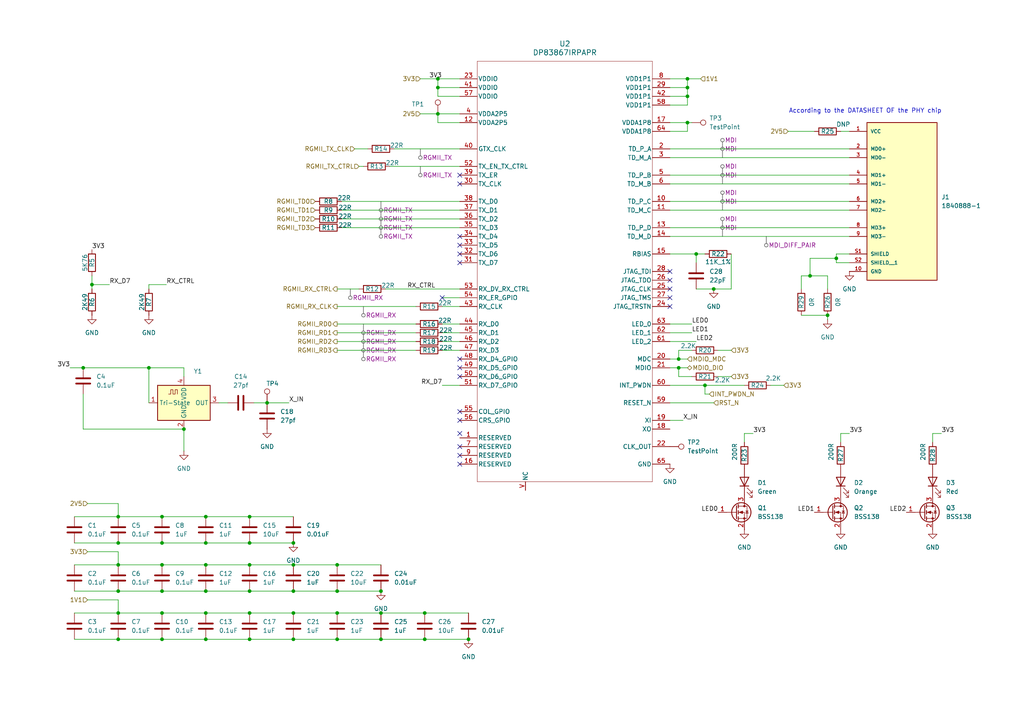
<source format=kicad_sch>
(kicad_sch (version 20250114) (generator "eeschema") (generator_version "9.0")
  (paper "A4")
  (title_block (company "Kebag Logic: kebag-logic.com") (comment 3 "This source describes Open Hardware and is licensed under the\nCERN-OHL-S v2.0.\nYou may redistribute and modify this documentation and make products\nusing it under the terms of the CERN-OHL-S v2.0 (https://cern.ch/ohl)."))
  (lib_symbols
    (symbol "1840888-1:1840888-1" (pin_names (offset 1.016))
      (property "Reference" "J" (at -10.16 21.082 0))
      (property "Value" "1840888-1" (at -10.16 -27.94 0))
      (symbol "1840888-1_0_0"
        (rectangle (start -10.16 -25.4) (end 10.16 20.32) (stroke (width 0.254)) (fill (type background)))
        (pin power_in line (at -15.24 17.78 0) (length 5.08) (name "VCC") (number "1"))
        (pin passive line (at -15.24 12.7 0) (length 5.08) (name "MD0+") (number "2"))
        (pin passive line (at -15.24 10.16 0) (length 5.08) (name "MD0-") (number "3"))
        (pin passive line (at -15.24 5.08 0) (length 5.08) (name "MD1+") (number "4"))
        (pin passive line (at -15.24 2.54 0) (length 5.08) (name "MD1-") (number "5"))
        (pin passive line (at -15.24 -2.54 0) (length 5.08) (name "MD2+") (number "6"))
        (pin passive line (at -15.24 -5.08 0) (length 5.08) (name "MD2-") (number "7"))
        (pin passive line (at -15.24 -10.16 0) (length 5.08) (name "MD3+") (number "8"))
        (pin passive line (at -15.24 -12.7 0) (length 5.08) (name "MD3-") (number "9"))
        (pin passive line (at -15.24 -17.78 0) (length 5.08) (name "SHIELD") (number "S1"))
        (pin passive line (at -15.24 -20.32 0) (length 5.08) (name "SHIELD__1") (number "S2"))
        (pin power_in line (at -15.24 -22.86 0) (length 5.08) (name "GND") (number "10"))
      )
    )
    (symbol "Connector:TestPoint" (pin_numbers (hide yes)) (pin_names (offset 0.762) (hide yes))
      (property "Reference" "TP" (at 0 6.858 0))
      (property "Value" "TestPoint" (at 0 5.08 0))
      (symbol "TestPoint_0_1"
        (circle (center 0 3.302) (radius 0.762))
      )
      (symbol "TestPoint_1_1"
        (pin passive line (at 0 0 90) (length 2.54) (name "1") (number "1"))
      )
    )
    (symbol "DP83867:DP83867IRPAPR" (pin_names (offset 0.254))
      (property "Reference" "U2" (at 0 66.04 0))
      (property "Value" "DP83867IRPAPR" (at 0 63.5 0))
      (symbol "DP83867IRPAPR_0_1"
        (polyline (pts (xy -25.4 60.96) (xy -25.4 -60.96)) (stroke (width 0.1016)))
        (polyline (pts (xy -25.4 -60.96) (xy 25.4 -60.96)) (stroke (width 0.1016)))
        (polyline (pts (xy 25.4 60.96) (xy -25.4 60.96)) (stroke (width 0.1016)))
        (polyline (pts (xy 25.4 -60.96) (xy 25.4 60.96)) (stroke (width 0.1016)))
        (pin power_in line (at -30.48 55.88 0) (length 5.08) (name "VDDIO") (number "23"))
        (pin power_in line (at -30.48 53.34 0) (length 5.08) (name "VDDIO") (number "41"))
        (pin power_in line (at -30.48 50.8 0) (length 5.08) (name "VDDIO") (number "57"))
        (pin power_in line (at -30.48 45.72 0) (length 5.08) (name "VDDA2P5") (number "4"))
        (pin power_in line (at -30.48 43.18 0) (length 5.08) (name "VDDA2P5") (number "12"))
        (pin input line (at -30.48 35.56 0) (length 5.08) (name "GTX_CLK") (number "40"))
        (pin bidirectional line (at -30.48 30.48 0) (length 5.08) (name "TX_EN_TX_CTRL") (number "52"))
        (pin input line (at -30.48 27.94 0) (length 5.08) (name "TX_ER") (number "39"))
        (pin output line (at -30.48 25.4 0) (length 5.08) (name "TX_CLK") (number "30"))
        (pin input line (at -30.48 20.32 0) (length 5.08) (name "TX_D0") (number "38"))
        (pin input line (at -30.48 17.78 0) (length 5.08) (name "TX_D1") (number "37"))
        (pin input line (at -30.48 15.24 0) (length 5.08) (name "TX_D2") (number "36"))
        (pin input line (at -30.48 12.7 0) (length 5.08) (name "TX_D3") (number "35"))
        (pin input line (at -30.48 10.16 0) (length 5.08) (name "TX_D4") (number "34"))
        (pin input line (at -30.48 7.62 0) (length 5.08) (name "TX_D5") (number "33"))
        (pin input line (at -30.48 5.08 0) (length 5.08) (name "TX_D6") (number "32"))
        (pin input line (at -30.48 2.54 0) (length 5.08) (name "TX_D7") (number "31"))
        (pin bidirectional line (at -30.48 -5.08 0) (length 5.08) (name "RX_DV_RX_CTRL") (number "53"))
        (pin bidirectional line (at -30.48 -7.62 0) (length 5.08) (name "RX_ER_GPIO") (number "54"))
        (pin output line (at -30.48 -10.16 0) (length 5.08) (name "RX_CLK") (number "43"))
        (pin output line (at -30.48 -15.24 0) (length 5.08) (name "RX_D0") (number "44"))
        (pin output line (at -30.48 -17.78 0) (length 5.08) (name "RX_D1") (number "45"))
        (pin output line (at -30.48 -20.32 0) (length 5.08) (name "RX_D2") (number "46"))
        (pin output line (at -30.48 -22.86 0) (length 5.08) (name "RX_D3") (number "47"))
        (pin bidirectional line (at -30.48 -25.4 0) (length 5.08) (name "RX_D4_GPIO") (number "48"))
        (pin bidirectional line (at -30.48 -27.94 0) (length 5.08) (name "RX_D5_GPIO") (number "49"))
        (pin bidirectional line (at -30.48 -30.48 0) (length 5.08) (name "RX_D6_GPIO") (number "50"))
        (pin bidirectional line (at -30.48 -33.02 0) (length 5.08) (name "RX_D7_GPIO") (number "51"))
        (pin output line (at -30.48 -40.64 0) (length 5.08) (name "COL_GPIO") (number "55"))
        (pin bidirectional line (at -30.48 -43.18 0) (length 5.08) (name "CRS_GPIO") (number "56"))
        (pin unspecified line (at -30.48 -48.26 0) (length 5.08) (name "RESERVED") (number "1"))
        (pin unspecified line (at -30.48 -50.8 0) (length 5.08) (name "RESERVED") (number "7"))
        (pin unspecified line (at -30.48 -53.34 0) (length 5.08) (name "RESERVED") (number "9"))
        (pin unspecified line (at -30.48 -55.88 0) (length 5.08) (name "RESERVED") (number "16"))
        (pin power_in line (at 30.48 55.88 180) (length 5.08) (name "VDD1P1") (number "8"))
        (pin power_in line (at 30.48 53.34 180) (length 5.08) (name "VDD1P1") (number "29"))
        (pin power_in line (at 30.48 50.8 180) (length 5.08) (name "VDD1P1") (number "42"))
        (pin power_in line (at 30.48 48.26 180) (length 5.08) (name "VDD1P1") (number "58"))
        (pin power_in line (at 30.48 43.18 180) (length 5.08) (name "VDDA1P8") (number "17"))
        (pin power_in line (at 30.48 40.64 180) (length 5.08) (name "VDDA1P8") (number "64"))
        (pin bidirectional line (at 30.48 35.56 180) (length 5.08) (name "TD_P_A") (number "2"))
        (pin bidirectional line (at 30.48 33.02 180) (length 5.08) (name "TD_M_A") (number "3"))
        (pin bidirectional line (at 30.48 27.94 180) (length 5.08) (name "TD_P_B") (number "5"))
        (pin bidirectional line (at 30.48 25.4 180) (length 5.08) (name "TD_M_B") (number "6"))
        (pin bidirectional line (at 30.48 20.32 180) (length 5.08) (name "TD_P_C") (number "10"))
        (pin bidirectional line (at 30.48 17.78 180) (length 5.08) (name "TD_M_C") (number "11"))
        (pin bidirectional line (at 30.48 12.7 180) (length 5.08) (name "TD_P_D") (number "13"))
        (pin bidirectional line (at 30.48 10.16 180) (length 5.08) (name "TD_M_D") (number "14"))
        (pin unspecified line (at 30.48 5.08 180) (length 5.08) (name "RBIAS") (number "15"))
        (pin input line (at 30.48 0 180) (length 5.08) (name "JTAG_TDI") (number "28"))
        (pin output line (at 30.48 -2.54 180) (length 5.08) (name "JTAG_TDO") (number "26"))
        (pin input line (at 30.48 -5.08 180) (length 5.08) (name "JTAG_CLK") (number "25"))
        (pin input line (at 30.48 -7.62 180) (length 5.08) (name "JTAG_TMS") (number "27"))
        (pin input line (at 30.48 -10.16 180) (length 5.08) (name "JTAG_TRSTN") (number "24"))
        (pin bidirectional line (at 30.48 -15.24 180) (length 5.08) (name "LED_0") (number "63"))
        (pin bidirectional line (at 30.48 -17.78 180) (length 5.08) (name "LED_1") (number "62"))
        (pin bidirectional line (at 30.48 -20.32 180) (length 5.08) (name "LED_2") (number "61"))
        (pin input line (at 30.48 -25.4 180) (length 5.08) (name "MDC") (number "20"))
        (pin bidirectional line (at 30.48 -27.94 180) (length 5.08) (name "MDIO") (number "21"))
        (pin bidirectional line (at 30.48 -33.02 180) (length 5.08) (name "INT_PWDN") (number "60"))
        (pin input line (at 30.48 -38.1 180) (length 5.08) (name "RESET_N") (number "59"))
        (pin unspecified line (at 30.48 -43.18 180) (length 5.08) (name "XI") (number "19"))
        (pin unspecified line (at 30.48 -45.72 180) (length 5.08) (name "XO") (number "18"))
        (pin output line (at 30.48 -50.8 180) (length 5.08) (name "CLK_OUT") (number "22"))
        (pin power_in line (at 30.48 -55.88 180) (length 5.08) (name "GND") (number "65"))
      )
      (symbol "DP83867IRPAPR_1_1"
        (pin input line (at -11.43 -63.5 90) (length 2.54) (name "NC") (number "V"))
      )
    )
    (symbol "Device:C" (pin_numbers (hide yes)) (pin_names (offset 0.254))
      (property "Reference" "C" (at 0.635 2.54 0))
      (property "Value" "C" (at 0.635 -2.54 0))
      (symbol "C_0_1"
        (polyline (pts (xy -2.032 0.762) (xy 2.032 0.762)) (stroke (width 0.508)))
        (polyline (pts (xy -2.032 -0.762) (xy 2.032 -0.762)) (stroke (width 0.508)))
      )
      (symbol "C_1_1"
        (pin passive line (at 0 3.81 270) (length 2.794) (name "~") (number "1"))
        (pin passive line (at 0 -3.81 90) (length 2.794) (name "~") (number "2"))
      )
    )
    (symbol "Device:LED" (pin_numbers (hide yes)) (pin_names (offset 1.016) (hide yes))
      (property "Reference" "D" (at 0 2.54 0))
      (property "Value" "LED" (at 0 -2.54 0))
      (symbol "LED_0_1"
        (polyline (pts (xy -3.048 -0.762) (xy -4.572 -2.286) (xy -3.81 -2.286) (xy -4.572 -2.286) (xy -4.572 -1.524)))
        (polyline (pts (xy -1.778 -0.762) (xy -3.302 -2.286) (xy -2.54 -2.286) (xy -3.302 -2.286) (xy -3.302 -1.524)))
        (polyline (pts (xy -1.27 0) (xy 1.27 0)))
        (polyline (pts (xy -1.27 -1.27) (xy -1.27 1.27)) (stroke (width 0.254)))
        (polyline (pts (xy 1.27 -1.27) (xy 1.27 1.27) (xy -1.27 0) (xy 1.27 -1.27)) (stroke (width 0.254)))
      )
      (symbol "LED_1_1"
        (pin passive line (at -3.81 0 0) (length 2.54) (name "K") (number "1"))
        (pin passive line (at 3.81 0 180) (length 2.54) (name "A") (number "2"))
      )
    )
    (symbol "Device:R" (pin_numbers (hide yes)) (pin_names (offset 0))
      (property "Reference" "R" (at 2.032 0 90))
      (property "Value" "R" (at 0 0 90))
      (symbol "R_0_1"
        (rectangle (start -1.016 -2.54) (end 1.016 2.54) (stroke (width 0.254)))
      )
      (symbol "R_1_1"
        (pin passive line (at 0 3.81 270) (length 1.27) (name "~") (number "1"))
        (pin passive line (at 0 -3.81 90) (length 1.27) (name "~") (number "2"))
      )
    )
    (symbol "Oscillator:ECS-2520MV-xxx-xx"
      (property "Reference" "Y" (at -5.08 6.35 0))
      (property "Value" "ECS-2520MV-xxx-xx" (at 1.27 -6.35 0))
      (symbol "ECS-2520MV-xxx-xx_0_1"
        (rectangle (start -7.62 5.08) (end 7.62 -5.08) (stroke (width 0.254)) (fill (type background)))
        (polyline (pts (xy -4.445 2.54) (xy -3.81 2.54) (xy -3.81 3.81) (xy -3.175 3.81) (xy -3.175 2.54) (xy -2.54 2.54) (xy -2.54 3.81) (xy -1.905 3.81) (xy -1.905 2.54)))
      )
      (symbol "ECS-2520MV-xxx-xx_1_1"
        (pin input line (at -10.16 0 0) (length 2.54) (name "Tri-State") (number "1"))
        (pin power_in line (at 0 7.62 270) (length 2.54) (name "VDD") (number "4"))
        (pin power_in line (at 0 -7.62 90) (length 2.54) (name "GND") (number "2"))
        (pin output line (at 10.16 0 180) (length 2.54) (name "OUT") (number "3"))
      )
    )
    (symbol "Transistor_FET:BSS138" (pin_names (offset 0) (hide yes))
      (property "Reference" "Q" (at 5.08 1.905 0))
      (property "Value" "BSS138" (at 5.08 0 0))
      (symbol "BSS138_0_1"
        (polyline (pts (xy 0.254 1.905) (xy 0.254 -1.905)) (stroke (width 0.254)))
        (polyline (pts (xy 0.254 0) (xy -2.54 0)))
        (polyline (pts (xy 0.762 2.286) (xy 0.762 1.27)) (stroke (width 0.254)))
        (polyline (pts (xy 0.762 0.508) (xy 0.762 -0.508)) (stroke (width 0.254)))
        (polyline (pts (xy 0.762 -1.27) (xy 0.762 -2.286)) (stroke (width 0.254)))
        (polyline (pts (xy 0.762 -1.778) (xy 3.302 -1.778) (xy 3.302 1.778) (xy 0.762 1.778)))
        (polyline (pts (xy 1.016 0) (xy 2.032 0.381) (xy 2.032 -0.381) (xy 1.016 0)) (fill (type outline)))
        (circle (center 1.651 0) (radius 2.794) (stroke (width 0.254)))
        (polyline (pts (xy 2.54 2.54) (xy 2.54 1.778)))
        (circle (center 2.54 1.778) (radius 0.254) (fill (type outline)))
        (circle (center 2.54 -1.778) (radius 0.254) (fill (type outline)))
        (polyline (pts (xy 2.54 -2.54) (xy 2.54 0) (xy 0.762 0)))
        (polyline (pts (xy 2.921 0.381) (xy 3.683 0.381)))
        (polyline (pts (xy 3.302 0.381) (xy 2.921 -0.254) (xy 3.683 -0.254) (xy 3.302 0.381)))
      )
      (symbol "BSS138_1_1"
        (pin input line (at -5.08 0 0) (length 2.54) (name "G") (number "1"))
        (pin passive line (at 2.54 5.08 270) (length 2.54) (name "D") (number "3"))
        (pin passive line (at 2.54 -5.08 90) (length 2.54) (name "S") (number "2"))
      )
    )
    (symbol "power:GND" (power) (pin_numbers (hide yes)) (pin_names (offset 0) (hide yes))
      (property "Value" "GND" (at 0 -3.81 0))
      (symbol "GND_0_1"
        (polyline (pts (xy 0 0) (xy 0 -1.27) (xy 1.27 -1.27) (xy 0 -2.54) (xy -1.27 -1.27) (xy 0 -1.27)))
      )
      (symbol "GND_1_1"
        (pin power_in line (at 0 0 270) (length 0) (name "~") (number "1"))
      )
    )
  )
  (text "According to the DATASHEET OF the PHY chip" (at 250.952 32.258 0) (effects (font (size 1.27 1.27))))
  (junction (at 26.67 82.55))
  (junction (at 72.39 171.45))
  (junction (at 72.39 157.48))
  (junction (at 72.39 177.8))
  (junction (at 85.09 157.48))
  (junction (at 34.29 149.86))
  (junction (at 59.69 185.42))
  (junction (at 97.79 177.8))
  (junction (at 34.29 163.83))
  (junction (at 85.09 171.45))
  (junction (at 59.69 149.86))
  (junction (at 97.79 171.45))
  (junction (at 46.99 185.42))
  (junction (at 46.99 157.48))
  (junction (at 240.03 91.44))
  (junction (at 110.49 171.45))
  (junction (at 85.09 177.8))
  (junction (at 199.39 22.86))
  (junction (at 127 25.4))
  (junction (at 34.29 157.48))
  (junction (at 123.19 185.42))
  (junction (at 234.95 80.01))
  (junction (at 85.09 163.83))
  (junction (at 201.93 73.66))
  (junction (at 204.47 111.76))
  (junction (at 34.29 177.8))
  (junction (at 59.69 171.45))
  (junction (at 123.19 177.8))
  (junction (at 24.13 106.68))
  (junction (at 59.69 163.83))
  (junction (at 46.99 177.8))
  (junction (at 34.29 185.42))
  (junction (at 59.69 157.48))
  (junction (at 43.18 106.68))
  (junction (at 46.99 163.83))
  (junction (at 196.85 106.68))
  (junction (at 97.79 163.83))
  (junction (at 72.39 185.42))
  (junction (at 199.39 35.56))
  (junction (at 72.39 149.86))
  (junction (at 46.99 149.86))
  (junction (at 196.85 104.14))
  (junction (at 85.09 185.42))
  (junction (at 110.49 177.8))
  (junction (at 46.99 171.45))
  (junction (at 127 33.02))
  (junction (at 72.39 163.83))
  (junction (at 77.47 116.84))
  (junction (at 199.39 25.4))
  (junction (at 97.79 185.42))
  (junction (at 199.39 27.94))
  (junction (at 135.89 185.42))
  (junction (at 207.01 83.82))
  (junction (at 242.57 74.93))
  (junction (at 127 22.86))
  (junction (at 110.49 185.42))
  (junction (at 53.34 124.46))
  (junction (at 59.69 177.8))
  (junction (at 34.29 171.45))
  (no_connect (at 133.35 109.22))
  (no_connect (at 133.35 106.68))
  (no_connect (at 133.35 73.66))
  (no_connect (at 133.35 132.08))
  (no_connect (at 133.35 50.8))
  (no_connect (at 133.35 76.2))
  (no_connect (at 194.31 86.36))
  (no_connect (at 133.35 119.38))
  (no_connect (at 133.35 134.62))
  (no_connect (at 133.35 53.34))
  (no_connect (at 194.31 88.9))
  (no_connect (at 133.35 104.14))
  (no_connect (at 133.35 121.92))
  (no_connect (at 133.35 125.73))
  (no_connect (at 133.35 68.58))
  (no_connect (at 194.31 78.74))
  (no_connect (at 194.31 81.28))
  (no_connect (at 128.27 86.36))
  (no_connect (at 133.35 129.54))
  (no_connect (at 194.31 83.82))
  (no_connect (at 133.35 71.12))
  (wire (pts (xy 204.47 114.3) (xy 204.47 111.76)))
  (wire (pts (xy 110.49 177.8) (xy 123.19 177.8)))
  (wire (pts (xy 127 25.4) (xy 133.35 25.4)))
  (wire (pts (xy 113.03 48.26) (xy 133.35 48.26)))
  (wire (pts (xy 194.31 66.04) (xy 246.38 66.04)))
  (wire (pts (xy 234.95 80.01) (xy 240.03 80.01)))
  (wire (pts (xy 59.69 157.48) (xy 72.39 157.48)))
  (wire (pts (xy 59.69 171.45) (xy 72.39 171.45)))
  (wire (pts (xy 97.79 96.52) (xy 120.65 96.52)))
  (wire (pts (xy 242.57 76.2) (xy 246.38 76.2)))
  (wire (pts (xy 194.31 45.72) (xy 246.38 45.72)))
  (wire (pts (xy 128.27 86.36) (xy 133.35 86.36)))
  (wire (pts (xy 242.57 76.2) (xy 242.57 74.93)))
  (wire (pts (xy 59.69 163.83) (xy 72.39 163.83)))
  (wire (pts (xy 123.19 185.42) (xy 135.89 185.42)))
  (wire (pts (xy 232.41 83.82) (xy 232.41 80.01)))
  (wire (pts (xy 102.87 43.18) (xy 106.68 43.18)))
  (wire (pts (xy 20.32 106.68) (xy 24.13 106.68)))
  (wire (pts (xy 203.2 22.86) (xy 199.39 22.86)))
  (wire (pts (xy 110.49 185.42) (xy 123.19 185.42)))
  (wire (pts (xy 53.34 130.81) (xy 53.34 124.46)))
  (wire (pts (xy 59.69 185.42) (xy 72.39 185.42)))
  (wire (pts (xy 46.99 163.83) (xy 59.69 163.83)))
  (wire (pts (xy 72.39 171.45) (xy 85.09 171.45)))
  (wire (pts (xy 25.4 160.02) (xy 34.29 160.02)))
  (wire (pts (xy 114.3 43.18) (xy 133.35 43.18)))
  (wire (pts (xy 223.52 111.76) (xy 227.33 111.76)))
  (wire (pts (xy 77.47 116.84) (xy 83.82 116.84)))
  (wire (pts (xy 123.19 177.8) (xy 135.89 177.8)))
  (wire (pts (xy 128.27 96.52) (xy 133.35 96.52)))
  (wire (pts (xy 53.34 106.68) (xy 53.34 109.22)))
  (wire (pts (xy 21.59 157.48) (xy 34.29 157.48)))
  (wire (pts (xy 194.31 38.1) (xy 199.39 38.1)))
  (wire (pts (xy 97.79 93.98) (xy 120.65 93.98)))
  (wire (pts (xy 59.69 177.8) (xy 72.39 177.8)))
  (wire (pts (xy 21.59 149.86) (xy 34.29 149.86)))
  (wire (pts (xy 46.99 157.48) (xy 59.69 157.48)))
  (wire (pts (xy 34.29 163.83) (xy 46.99 163.83)))
  (wire (pts (xy 133.35 35.56) (xy 127 35.56)))
  (wire (pts (xy 72.39 163.83) (xy 85.09 163.83)))
  (wire (pts (xy 215.9 128.27) (xy 215.9 125.73)))
  (wire (pts (xy 270.51 128.27) (xy 270.51 125.73)))
  (wire (pts (xy 128.27 93.98) (xy 133.35 93.98)))
  (wire (pts (xy 21.59 163.83) (xy 34.29 163.83)))
  (wire (pts (xy 24.13 114.3) (xy 24.13 124.46)))
  (wire (pts (xy 205.74 114.3) (xy 204.47 114.3)))
  (wire (pts (xy 85.09 163.83) (xy 97.79 163.83)))
  (wire (pts (xy 105.41 48.26) (xy 104.14 48.26)))
  (wire (pts (xy 34.29 157.48) (xy 46.99 157.48)))
  (wire (pts (xy 85.09 177.8) (xy 97.79 177.8)))
  (wire (pts (xy 194.31 58.42) (xy 246.38 58.42)))
  (wire (pts (xy 234.95 80.01) (xy 234.95 74.93)))
  (wire (pts (xy 196.85 104.14) (xy 199.39 104.14)))
  (wire (pts (xy 207.01 116.84) (xy 194.31 116.84)))
  (wire (pts (xy 201.93 73.66) (xy 204.47 73.66)))
  (wire (pts (xy 208.28 101.6) (xy 212.09 101.6)))
  (wire (pts (xy 34.29 171.45) (xy 46.99 171.45)))
  (wire (pts (xy 200.66 109.22) (xy 196.85 109.22)))
  (wire (pts (xy 97.79 163.83) (xy 110.49 163.83)))
  (wire (pts (xy 207.01 83.82) (xy 201.93 83.82)))
  (wire (pts (xy 215.9 125.73) (xy 218.44 125.73)))
  (wire (pts (xy 97.79 88.9) (xy 120.65 88.9)))
  (wire (pts (xy 128.27 101.6) (xy 133.35 101.6)))
  (wire (pts (xy 128.27 111.76) (xy 133.35 111.76)))
  (wire (pts (xy 200.66 101.6) (xy 196.85 101.6)))
  (wire (pts (xy 196.85 109.22) (xy 196.85 106.68)))
  (wire (pts (xy 199.39 38.1) (xy 199.39 35.56)))
  (wire (pts (xy 199.39 30.48) (xy 199.39 27.94)))
  (wire (pts (xy 26.67 80.01) (xy 26.67 82.55)))
  (wire (pts (xy 194.31 121.92) (xy 198.12 121.92)))
  (wire (pts (xy 72.39 157.48) (xy 85.09 157.48)))
  (wire (pts (xy 46.99 185.42) (xy 59.69 185.42)))
  (wire (pts (xy 43.18 82.55) (xy 48.26 82.55)))
  (wire (pts (xy 240.03 83.82) (xy 240.03 80.01)))
  (wire (pts (xy 97.79 99.06) (xy 120.65 99.06)))
  (wire (pts (xy 199.39 25.4) (xy 199.39 22.86)))
  (wire (pts (xy 63.5 116.84) (xy 66.04 116.84)))
  (wire (pts (xy 127 35.56) (xy 127 33.02)))
  (wire (pts (xy 228.6 38.1) (xy 236.22 38.1)))
  (wire (pts (xy 127 25.4) (xy 127 22.86)))
  (wire (pts (xy 242.57 74.93) (xy 242.57 73.66)))
  (wire (pts (xy 199.39 35.56) (xy 200.66 35.56)))
  (wire (pts (xy 240.03 91.44) (xy 240.03 92.71)))
  (wire (pts (xy 97.79 101.6) (xy 120.65 101.6)))
  (wire (pts (xy 196.85 106.68) (xy 199.39 106.68)))
  (wire (pts (xy 212.09 73.66) (xy 212.09 83.82)))
  (wire (pts (xy 204.47 111.76) (xy 194.31 111.76)))
  (wire (pts (xy 34.29 160.02) (xy 34.29 163.83)))
  (wire (pts (xy 43.18 106.68) (xy 53.34 106.68)))
  (wire (pts (xy 99.06 63.5) (xy 133.35 63.5)))
  (wire (pts (xy 73.66 116.84) (xy 77.47 116.84)))
  (wire (pts (xy 201.93 76.2) (xy 201.93 73.66)))
  (wire (pts (xy 194.31 93.98) (xy 200.66 93.98)))
  (wire (pts (xy 243.84 38.1) (xy 246.38 38.1)))
  (wire (pts (xy 194.31 99.06) (xy 201.93 99.06)))
  (wire (pts (xy 34.29 177.8) (xy 46.99 177.8)))
  (wire (pts (xy 85.09 171.45) (xy 97.79 171.45)))
  (wire (pts (xy 59.69 149.86) (xy 72.39 149.86)))
  (wire (pts (xy 128.27 99.06) (xy 133.35 99.06)))
  (wire (pts (xy 24.13 106.68) (xy 43.18 106.68)))
  (wire (pts (xy 121.92 33.02) (xy 127 33.02)))
  (wire (pts (xy 21.59 177.8) (xy 34.29 177.8)))
  (wire (pts (xy 194.31 53.34) (xy 246.38 53.34)))
  (wire (pts (xy 21.59 171.45) (xy 34.29 171.45)))
  (wire (pts (xy 194.31 96.52) (xy 200.66 96.52)))
  (wire (pts (xy 215.9 111.76) (xy 204.47 111.76)))
  (wire (pts (xy 34.29 146.05) (xy 34.29 149.86)))
  (wire (pts (xy 46.99 149.86) (xy 59.69 149.86)))
  (wire (pts (xy 212.09 83.82) (xy 207.01 83.82)))
  (wire (pts (xy 43.18 106.68) (xy 43.18 116.84)))
  (wire (pts (xy 194.31 50.8) (xy 246.38 50.8)))
  (wire (pts (xy 194.31 73.66) (xy 201.93 73.66)))
  (wire (pts (xy 194.31 104.14) (xy 196.85 104.14)))
  (wire (pts (xy 72.39 185.42) (xy 85.09 185.42)))
  (wire (pts (xy 25.4 173.99) (xy 34.29 173.99)))
  (wire (pts (xy 34.29 149.86) (xy 46.99 149.86)))
  (wire (pts (xy 72.39 177.8) (xy 85.09 177.8)))
  (wire (pts (xy 194.31 35.56) (xy 199.39 35.56)))
  (wire (pts (xy 196.85 101.6) (xy 196.85 104.14)))
  (wire (pts (xy 270.51 125.73) (xy 273.05 125.73)))
  (wire (pts (xy 121.92 22.86) (xy 127 22.86)))
  (wire (pts (xy 208.28 109.22) (xy 212.09 109.22)))
  (wire (pts (xy 199.39 27.94) (xy 199.39 25.4)))
  (wire (pts (xy 133.35 27.94) (xy 127 27.94)))
  (wire (pts (xy 194.31 60.96) (xy 246.38 60.96)))
  (wire (pts (xy 97.79 177.8) (xy 110.49 177.8)))
  (wire (pts (xy 194.31 43.18) (xy 246.38 43.18)))
  (wire (pts (xy 34.29 185.42) (xy 46.99 185.42)))
  (wire (pts (xy 127 22.86) (xy 133.35 22.86)))
  (wire (pts (xy 46.99 177.8) (xy 59.69 177.8)))
  (wire (pts (xy 25.4 146.05) (xy 34.29 146.05)))
  (wire (pts (xy 194.31 68.58) (xy 246.38 68.58)))
  (wire (pts (xy 24.13 124.46) (xy 53.34 124.46)))
  (wire (pts (xy 199.39 22.86) (xy 194.31 22.86)))
  (wire (pts (xy 97.79 171.45) (xy 110.49 171.45)))
  (wire (pts (xy 234.95 74.93) (xy 242.57 74.93)))
  (wire (pts (xy 46.99 171.45) (xy 59.69 171.45)))
  (wire (pts (xy 99.06 66.04) (xy 133.35 66.04)))
  (wire (pts (xy 26.67 82.55) (xy 31.75 82.55)))
  (wire (pts (xy 97.79 185.42) (xy 110.49 185.42)))
  (wire (pts (xy 72.39 149.86) (xy 85.09 149.86)))
  (wire (pts (xy 111.76 83.82) (xy 133.35 83.82)))
  (wire (pts (xy 243.84 128.27) (xy 243.84 125.73)))
  (wire (pts (xy 243.84 125.73) (xy 246.38 125.73)))
  (wire (pts (xy 85.09 185.42) (xy 97.79 185.42)))
  (wire (pts (xy 194.31 30.48) (xy 199.39 30.48)))
  (wire (pts (xy 99.06 60.96) (xy 133.35 60.96)))
  (wire (pts (xy 43.18 82.55) (xy 43.18 83.82)))
  (wire (pts (xy 194.31 27.94) (xy 199.39 27.94)))
  (wire (pts (xy 232.41 91.44) (xy 240.03 91.44)))
  (wire (pts (xy 127 33.02) (xy 133.35 33.02)))
  (wire (pts (xy 194.31 25.4) (xy 199.39 25.4)))
  (wire (pts (xy 194.31 106.68) (xy 196.85 106.68)))
  (wire (pts (xy 97.79 83.82) (xy 104.14 83.82)))
  (wire (pts (xy 34.29 173.99) (xy 34.29 177.8)))
  (wire (pts (xy 127 27.94) (xy 127 25.4)))
  (wire (pts (xy 21.59 185.42) (xy 34.29 185.42)))
  (wire (pts (xy 99.06 58.42) (xy 133.35 58.42)))
  (wire (pts (xy 242.57 73.66) (xy 246.38 73.66)))
  (wire (pts (xy 232.41 80.01) (xy 234.95 80.01)))
  (wire (pts (xy 26.67 82.55) (xy 26.67 83.82)))
  (wire (pts (xy 128.27 88.9) (xy 133.35 88.9)))
  (label "RX_CTRL" (at 118.11 83.82 0))
  (label "LED2" (at 262.89 148.59 180))
  (label "LED1" (at 236.22 148.59 180))
  (label "3V3" (at 20.32 106.68 180))
  (label "X_IN" (at 83.82 116.84 0))
  (label "3V3" (at 273.05 125.73 0))
  (label "LED0" (at 208.28 148.59 180))
  (label "3V3" (at 218.44 125.73 0))
  (label "LED0" (at 200.66 93.98 0))
  (label "RX_CTRL" (at 48.26 82.55 0))
  (label "3V3" (at 26.67 72.39 0))
  (label "RX_D7" (at 31.75 82.55 0))
  (label "X_IN" (at 198.12 121.92 0))
  (label "LED1" (at 200.66 96.52 0))
  (label "LED2" (at 201.93 99.06 0))
  (label "3V3" (at 124.46 22.86 0))
  (label "RX_D7" (at 128.27 111.76 180))
  (label "3V3" (at 246.38 125.73 0))
  (hierarchical_label "MDIO_DIO" (shape bidirectional) (at 199.39 106.68 0))
  (hierarchical_label "2V5" (shape input) (at 25.4 146.05 180))
  (hierarchical_label "3V3" (shape input) (at 121.92 22.86 180))
  (hierarchical_label "2V5" (shape input) (at 121.92 33.02 180))
  (hierarchical_label "INT_PWDN_N" (shape input) (at 205.74 114.3 0))
  (hierarchical_label "RGMII_RD3" (shape output) (at 97.79 101.6 180))
  (hierarchical_label "RST_N" (shape input) (at 207.01 116.84 0))
  (hierarchical_label "RGMII_RX_CLK" (shape output) (at 97.79 88.9 180))
  (hierarchical_label "RGMII_RD0" (shape output) (at 97.79 93.98 180))
  (hierarchical_label "RGMII_TX_CLK" (shape input) (at 102.87 43.18 180))
  (hierarchical_label "3V3" (shape input) (at 25.4 160.02 180))
  (hierarchical_label "RGMII_RD2" (shape output) (at 97.79 99.06 180))
  (hierarchical_label "RGMII_TD0" (shape input) (at 91.44 58.42 180))
  (hierarchical_label "MDIO_MDC" (shape input) (at 199.39 104.14 0))
  (hierarchical_label "1V1" (shape input) (at 203.2 22.86 0))
  (hierarchical_label "RGMII_TX_CTRL" (shape input) (at 104.14 48.26 180))
  (hierarchical_label "3V3" (shape input) (at 212.09 101.6 0))
  (hierarchical_label "RGMII_TD2" (shape input) (at 91.44 63.5 180))
  (hierarchical_label "RGMII_RX_CTRL" (shape output) (at 97.79 83.82 180))
  (hierarchical_label "RGMII_TD1" (shape input) (at 91.44 60.96 180))
  (hierarchical_label "RGMII_RD1" (shape output) (at 97.79 96.52 180))
  (hierarchical_label "3V3" (shape input) (at 227.33 111.76 0))
  (hierarchical_label "1V1" (shape input) (at 25.4 173.99 180))
  (hierarchical_label "3V3" (shape input) (at 212.09 109.22 0))
  (hierarchical_label "RGMII_TD3" (shape input) (at 91.44 66.04 180))
  (hierarchical_label "2V5" (shape input) (at 228.6 38.1 180))
  (netclass_flag "" (length 2.54) (shape round) (at 121.92 48.26 180) (property "Netclass" "RGMII_TX" (at 122.6185 50.8 0) (effects (justify left))))
  (netclass_flag "" (length 2.54) (shape round) (at 110.49 66.04 180) (property "Netclass" "RGMII_TX" (at 111.1885 68.58 0) (effects (justify left))))
  (netclass_flag "" (length 2.54) (shape round) (at 209.55 43.18 0) (property "Netclass" "MDI" (at 210.2485 40.64 0) (effects (justify left))))
  (netclass_flag "" (length 2.54) (shape round) (at 105.41 96.52 180) (property "Netclass" "RGMII_RX" (at 106.1085 99.06 0) (effects (justify left))))
  (netclass_flag "" (length 2.54) (shape round) (at 105.41 88.9 180) (property "Netclass" "RGMII_RX" (at 106.1085 91.44 0) (effects (justify left))))
  (netclass_flag "" (length 2.54) (shape round) (at 222.25 68.58 180) (property "Netclass" "MDI_DIFF_PAIR" (at 222.9485 71.12 0) (effects (justify left))))
  (netclass_flag "" (length 2.54) (shape round) (at 101.6 83.82 180) (property "Netclass" "RGMII_RX" (at 102.2985 86.36 0) (effects (justify left))))
  (netclass_flag "" (length 2.54) (shape round) (at 110.49 60.96 180) (property "Netclass" "RGMII_TX" (at 111.1885 63.5 0) (effects (justify left))))
  (netclass_flag "" (length 2.54) (shape round) (at 105.41 93.98 180) (property "Netclass" "RGMII_RX" (at 106.1085 96.52 0) (effects (justify left))))
  (netclass_flag "" (length 2.54) (shape round) (at 105.41 99.06 180) (property "Netclass" "RGMII_RX" (at 106.1085 101.6 0) (effects (justify left))))
  (netclass_flag "" (length 2.54) (shape round) (at 121.92 43.18 180) (property "Netclass" "RGMII_TX" (at 122.6185 45.72 0) (effects (justify left))))
  (netclass_flag "" (length 2.54) (shape round) (at 209.55 45.72 0) (property "Netclass" "MDI" (at 210.2485 43.18 0) (effects (justify left))))
  (netclass_flag "" (length 2.54) (shape round) (at 209.55 60.96 0) (property "Netclass" "MDI" (at 210.2485 58.42 0) (effects (justify left))))
  (netclass_flag "" (length 2.54) (shape round) (at 105.41 101.6 180) (property "Netclass" "RGMII_RX" (at 106.1085 104.14 0) (effects (justify left))))
  (netclass_flag "" (length 2.54) (shape round) (at 110.49 63.5 180) (property "Netclass" "RGMII_TX" (at 111.1885 66.04 0) (effects (justify left))))
  (netclass_flag "" (length 2.54) (shape round) (at 209.55 58.42 0) (property "Netclass" "MDI" (at 210.2485 55.88 0) (effects (justify left))))
  (netclass_flag "" (length 2.54) (shape round) (at 209.55 50.8 0) (property "Netclass" "MDI" (at 210.2485 48.26 0) (effects (justify left))))
  (netclass_flag "" (length 2.54) (shape round) (at 110.49 58.42 180) (property "Netclass" "RGMII_TX" (at 111.1885 60.96 0) (effects (justify left))))
  (netclass_flag "" (length 2.54) (shape round) (at 209.55 66.04 0) (property "Netclass" "MDI" (at 210.2485 63.5 0) (effects (justify left))))
  (netclass_flag "" (length 2.54) (shape round) (at 209.55 53.34 0) (property "Netclass" "MDI" (at 210.2485 50.8 0) (effects (justify left))))
  (netclass_flag "" (length 2.54) (shape round) (at 209.55 68.58 0) (property "Netclass" "MDI" (at 210.2485 66.04 0) (effects (justify left))))
  (symbol (lib_id "Connector:TestPoint") (at 200.66 35.56 270) (unit 1)
    (property "Reference" "TP3" (at 205.74 34.2899 90) (effects (justify left)))
    (property "Value" "TestPoint" (at 205.74 36.8299 90) (effects (justify left)))
    (property "Footprint" "TestPoint:TestPoint_Pad_1.0x1.0mm" (effects (hide yes)))
    (property "Description" "test point" (effects (hide yes)))
  )
  (symbol (lib_id "Device:C") (at 85.09 181.61 0) (unit 1)
    (property "Reference" "C21" (at 88.9 180.3399 0) (effects (justify left)))
    (property "Value" "1uF" (at 88.9 182.8799 0) (effects (justify left)))
    (property "Footprint" "Capacitor_SMD:C_0402_1005Metric_Pad0.74x0.62mm_HandSolder" (effects (hide yes)))
    (property "Description" "Unpolarized capacitor" (effects (hide yes)))
  )
  (symbol (lib_id "Device:C") (at 123.19 181.61 0) (unit 1)
    (property "Reference" "C26" (at 127 180.3399 0) (effects (justify left)))
    (property "Value" "10uF" (at 127 182.8799 0) (effects (justify left)))
    (property "Footprint" "Capacitor_SMD:C_0402_1005Metric_Pad0.74x0.62mm_HandSolder" (effects (hide yes)))
    (property "Description" "Unpolarized capacitor" (effects (hide yes)))
  )
  (symbol (lib_id "Device:C") (at 34.29 181.61 0) (unit 1)
    (property "Reference" "C7" (at 38.1 180.3399 0) (effects (justify left)))
    (property "Value" "0.1uF" (at 38.1 182.8799 0) (effects (justify left)))
    (property "Footprint" "Capacitor_SMD:C_0402_1005Metric_Pad0.74x0.62mm_HandSolder" (effects (hide yes)))
    (property "Description" "Unpolarized capacitor" (effects (hide yes)))
  )
  (symbol (lib_id "Device:R") (at 240.03 87.63 180) (unit 1)
    (property "Reference" "R26" (at 240.03 87.63 90))
    (property "Value" "0R" (at 243.078 87.63 90))
    (property "Footprint" "Resistor_SMD:R_0402_1005Metric_Pad0.72x0.64mm_HandSolder" (effects (hide yes)))
    (property "Description" "Resistor" (effects (hide yes)))
  )
  (symbol (lib_id "Device:R") (at 95.25 63.5 90) (unit 1)
    (property "Reference" "R10" (at 95.25 63.5 90))
    (property "Value" "22R" (at 100.076 62.738 90))
    (property "Footprint" "Resistor_SMD:R_0402_1005Metric_Pad0.72x0.64mm_HandSolder" (effects (hide yes)))
    (property "Description" "Resistor" (effects (hide yes)))
  )
  (symbol (lib_id "power:GND") (at 85.09 157.48 0) (unit 1)
    (property "Reference" "#PWR010" (effects (hide yes)))
    (property "Value" "GND" (at 85.09 162.56 0))
    (property "Description" "Power symbol creates a global label with name \"GND\" , ground" (effects (hide yes)))
  )
  (symbol (lib_id "Device:R") (at 95.25 60.96 90) (unit 1)
    (property "Reference" "R9" (at 95.25 60.96 90))
    (property "Value" "22R" (at 100.076 60.198 90))
    (property "Footprint" "Resistor_SMD:R_0402_1005Metric_Pad0.72x0.64mm_HandSolder" (effects (hide yes)))
    (property "Description" "Resistor" (effects (hide yes)))
  )
  (symbol (lib_id "Device:R") (at 107.95 83.82 90) (unit 1)
    (property "Reference" "R12" (at 107.95 83.82 90))
    (property "Value" "22R" (at 112.522 82.804 90))
    (property "Footprint" "Resistor_SMD:R_0402_1005Metric_Pad0.72x0.64mm_HandSolder" (effects (hide yes)))
    (property "Description" "Resistor" (effects (hide yes)))
  )
  (symbol (lib_id "power:GND") (at 215.9 153.67 0) (unit 1)
    (property "Reference" "#PWR015" (effects (hide yes)))
    (property "Value" "GND" (at 215.9 158.75 0))
    (property "Description" "Power symbol creates a global label with name \"GND\" , ground" (effects (hide yes)))
  )
  (symbol (lib_id "Device:C") (at 59.69 181.61 0) (unit 1)
    (property "Reference" "C13" (at 63.5 180.3399 0) (effects (justify left)))
    (property "Value" "0.1uF" (at 63.5 182.8799 0) (effects (justify left)))
    (property "Footprint" "Capacitor_SMD:C_0402_1005Metric_Pad0.74x0.62mm_HandSolder" (effects (hide yes)))
    (property "Description" "Unpolarized capacitor" (effects (hide yes)))
  )
  (symbol (lib_id "power:GND") (at 207.01 83.82 0) (unit 1)
    (property "Reference" "#PWR014" (effects (hide yes)))
    (property "Value" "GND" (at 207.01 88.9 0))
    (property "Description" "Power symbol creates a global label with name \"GND\" , ground" (effects (hide yes)))
  )
  (symbol (lib_id "Device:C") (at 72.39 153.67 0) (unit 1)
    (property "Reference" "C15" (at 76.2 152.3999 0) (effects (justify left)))
    (property "Value" "10uF" (at 76.2 154.9399 0) (effects (justify left)))
    (property "Footprint" "Capacitor_SMD:C_0402_1005Metric_Pad0.74x0.62mm_HandSolder" (effects (hide yes)))
    (property "Description" "Unpolarized capacitor" (effects (hide yes)))
  )
  (symbol (lib_id "Device:C") (at 85.09 153.67 0) (unit 1)
    (property "Reference" "C19" (at 88.9 152.3999 0) (effects (justify left)))
    (property "Value" "0.01uF" (at 88.9 154.9399 0) (effects (justify left)))
    (property "Footprint" "Capacitor_SMD:C_0402_1005Metric_Pad0.74x0.62mm_HandSolder" (effects (hide yes)))
    (property "Description" "Unpolarized capacitor" (effects (hide yes)))
  )
  (symbol (lib_id "Connector:TestPoint") (at 194.31 129.54 270) (unit 1)
    (property "Reference" "TP2" (at 199.39 128.2699 90) (effects (justify left)))
    (property "Value" "TestPoint" (at 199.39 130.8099 90) (effects (justify left)))
    (property "Footprint" "TestPoint:TestPoint_Pad_1.0x1.0mm" (effects (hide yes)))
    (property "Description" "test point" (effects (hide yes)))
  )
  (symbol (lib_id "Device:R") (at 240.03 38.1 270) (unit 1)
    (property "Reference" "R25" (at 240.03 38.1 90))
    (property "Value" "DNP" (at 244.602 36.068 90))
    (property "Footprint" "Resistor_SMD:R_0402_1005Metric_Pad0.72x0.64mm_HandSolder" (effects (hide yes)))
    (property "Description" "Resistor" (effects (hide yes)))
  )
  (symbol (lib_id "Device:C") (at 21.59 181.61 0) (unit 1)
    (property "Reference" "C3" (at 25.4 180.3399 0) (effects (justify left)))
    (property "Value" "0.1uF" (at 25.4 182.8799 0) (effects (justify left)))
    (property "Footprint" "Capacitor_SMD:C_0402_1005Metric_Pad0.74x0.62mm_HandSolder" (effects (hide yes)))
    (property "Description" "Unpolarized capacitor" (effects (hide yes)))
  )
  (symbol (lib_id "Device:C") (at 77.47 120.65 180) (unit 1)
    (property "Reference" "C18" (at 81.28 119.3799 0) (effects (justify right)))
    (property "Value" "27pf" (at 81.28 121.9199 0) (effects (justify right)))
    (property "Footprint" "Capacitor_SMD:C_0402_1005Metric_Pad0.74x0.62mm_HandSolder" (effects (hide yes)))
    (property "Description" "Unpolarized capacitor" (effects (hide yes)))
  )
  (symbol (lib_id "Device:C") (at 72.39 167.64 0) (unit 1)
    (property "Reference" "C16" (at 76.2 166.3699 0) (effects (justify left)))
    (property "Value" "1uF" (at 76.2 168.9099 0) (effects (justify left)))
    (property "Footprint" "Capacitor_SMD:C_0402_1005Metric_Pad0.74x0.62mm_HandSolder" (effects (hide yes)))
    (property "Description" "Unpolarized capacitor" (effects (hide yes)))
  )
  (symbol (lib_id "Device:R") (at 110.49 43.18 90) (unit 1)
    (property "Reference" "R14" (at 110.49 43.18 90))
    (property "Value" "22R" (at 115.062 42.164 90))
    (property "Footprint" "Resistor_SMD:R_0402_1005Metric_Pad0.72x0.64mm_HandSolder" (effects (hide yes)))
    (property "Description" "Resistor" (effects (hide yes)))
  )
  (symbol (lib_id "Device:C") (at 135.89 181.61 0) (unit 1)
    (property "Reference" "C27" (at 139.7 180.3399 0) (effects (justify left)))
    (property "Value" "0.01uF" (at 139.7 182.8799 0) (effects (justify left)))
    (property "Footprint" "Capacitor_SMD:C_0402_1005Metric_Pad0.74x0.62mm_HandSolder" (effects (hide yes)))
    (property "Description" "Unpolarized capacitor" (effects (hide yes)))
  )
  (symbol (lib_id "Device:R") (at 124.46 88.9 90) (unit 1)
    (property "Reference" "R15" (at 124.46 88.9 90))
    (property "Value" "22R" (at 129.032 87.884 90))
    (property "Footprint" "Resistor_SMD:R_0402_1005Metric_Pad0.72x0.64mm_HandSolder" (effects (hide yes)))
    (property "Description" "Resistor" (effects (hide yes)))
  )
  (symbol (lib_id "Device:R") (at 26.67 87.63 180) (unit 1)
    (property "Reference" "R6" (at 26.67 87.63 90))
    (property "Value" "2K49" (at 24.638 87.63 90))
    (property "Footprint" "Resistor_SMD:R_0402_1005Metric_Pad0.72x0.64mm_HandSolder" (effects (hide yes)))
    (property "Description" "Resistor" (effects (hide yes)))
  )
  (symbol (lib_id "Device:C") (at 34.29 167.64 0) (unit 1)
    (property "Reference" "C6" (at 38.1 166.3699 0) (effects (justify left)))
    (property "Value" "0.1uF" (at 38.1 168.9099 0) (effects (justify left)))
    (property "Footprint" "Capacitor_SMD:C_0402_1005Metric_Pad0.74x0.62mm_HandSolder" (effects (hide yes)))
    (property "Description" "Unpolarized capacitor" (effects (hide yes)))
  )
  (symbol (lib_id "Device:C") (at 69.85 116.84 90) (unit 1)
    (property "Reference" "C14" (at 69.85 109.22 90))
    (property "Value" "27pf" (at 69.85 111.76 90))
    (property "Footprint" "Capacitor_SMD:C_0402_1005Metric_Pad0.74x0.62mm_HandSolder" (effects (hide yes)))
    (property "Description" "Unpolarized capacitor" (effects (hide yes)))
  )
  (symbol (lib_id "Device:R") (at 204.47 101.6 90) (unit 1)
    (property "Reference" "R20" (at 204.47 101.6 90))
    (property "Value" "2.2K" (at 199.644 100.33 90))
    (property "Footprint" "Resistor_SMD:R_0402_1005Metric_Pad0.72x0.64mm_HandSolder" (effects (hide yes)))
    (property "Description" "Resistor" (effects (hide yes)))
  )
  (symbol (lib_id "Device:C") (at 21.59 153.67 0) (unit 1)
    (property "Reference" "C1" (at 25.4 152.3999 0) (effects (justify left)))
    (property "Value" "0.1uF" (at 25.4 154.9399 0) (effects (justify left)))
    (property "Footprint" "Capacitor_SMD:C_0402_1005Metric_Pad0.74x0.62mm_HandSolder" (effects (hide yes)))
    (property "Description" "Unpolarized capacitor" (effects (hide yes)))
  )
  (symbol (lib_id "Device:LED") (at 270.51 139.7 90) (unit 1)
    (property "Reference" "D3" (at 274.32 140.0174 90) (effects (justify right)))
    (property "Value" "Red" (at 274.32 142.5574 90) (effects (justify right)))
    (property "Footprint" "LED_SMD:LED_0805_2012Metric" (effects (hide yes)))
    (property "Description" "Light emitting diode" (effects (hide yes)))
    (property "Sim.Pins" "1=K 2=A" (effects (hide yes)))
  )
  (symbol (lib_id "Device:C") (at 46.99 167.64 0) (unit 1)
    (property "Reference" "C9" (at 50.8 166.3699 0) (effects (justify left)))
    (property "Value" "0.1uF" (at 50.8 168.9099 0) (effects (justify left)))
    (property "Footprint" "Capacitor_SMD:C_0402_1005Metric_Pad0.74x0.62mm_HandSolder" (effects (hide yes)))
    (property "Description" "Unpolarized capacitor" (effects (hide yes)))
  )
  (symbol (lib_id "power:GND") (at 26.67 91.44 0) (unit 1)
    (property "Reference" "#PWR06" (effects (hide yes)))
    (property "Value" "GND" (at 26.67 96.52 0))
    (property "Description" "Power symbol creates a global label with name \"GND\" , ground" (effects (hide yes)))
  )
  (symbol (lib_id "Oscillator:ECS-2520MV-xxx-xx") (at 53.34 116.84 0) (unit 1)
    (property "Reference" "Y1" (at 57.404 107.696 0))
    (property "Value" "ECS-2520MV-xxx-xx" (effects (hide yes)))
    (property "Footprint" "Oscillator:Oscillator_SMD_ECS_2520MV-xxx-xx-4Pin_2.5x2.0mm" (effects (hide yes)))
    (property "Datasheet" "https://www.ecsxtal.com/store/pdf/ECS-2520MV.pdf" (effects (hide yes)))
    (property "Description" "HCMOS Crystal Clock Oscillator, 2.5x2.0 mm SMD" (effects (hide yes)))
  )
  (symbol (lib_id "Device:C") (at 97.79 167.64 0) (unit 1)
    (property "Reference" "C22" (at 101.6 166.3699 0) (effects (justify left)))
    (property "Value" "10uF" (at 101.6 168.9099 0) (effects (justify left)))
    (property "Footprint" "Capacitor_SMD:C_0402_1005Metric_Pad0.74x0.62mm_HandSolder" (effects (hide yes)))
    (property "Description" "Unpolarized capacitor" (effects (hide yes)))
  )
  (symbol (lib_id "Device:C") (at 201.93 80.01 0) (unit 1)
    (property "Reference" "C28" (at 205.74 78.7399 0) (effects (justify left)))
    (property "Value" "22pF" (at 205.74 81.2799 0) (effects (justify left)))
    (property "Footprint" "Capacitor_SMD:C_0402_1005Metric_Pad0.74x0.62mm_HandSolder" (effects (hide yes)))
    (property "Description" "Unpolarized capacitor" (effects (hide yes)))
  )
  (symbol (lib_id "Device:C") (at 110.49 181.61 0) (unit 1)
    (property "Reference" "C25" (at 114.3 180.3399 0) (effects (justify left)))
    (property "Value" "1uF" (at 114.3 182.8799 0) (effects (justify left)))
    (property "Footprint" "Capacitor_SMD:C_0402_1005Metric_Pad0.74x0.62mm_HandSolder" (effects (hide yes)))
    (property "Description" "Unpolarized capacitor" (effects (hide yes)))
  )
  (symbol (lib_id "Transistor_FET:BSS138") (at 241.3 148.59 0) (unit 1)
    (property "Reference" "Q2" (at 247.65 147.3199 0) (effects (justify left)))
    (property "Value" "BSS138" (at 247.65 149.8599 0) (effects (justify left)))
    (property "Footprint" "Package_TO_SOT_SMD:SOT-23" (effects (hide yes)))
    (property "Datasheet" "https://www.onsemi.com/pub/Collateral/BSS138-D.PDF" (effects (hide yes)))
    (property "Description" "50V Vds, 0.22A Id, N-Channel MOSFET, SOT-23" (effects (hide yes)))
  )
  (symbol (lib_id "power:GND") (at 243.84 153.67 0) (unit 1)
    (property "Reference" "#PWR017" (effects (hide yes)))
    (property "Value" "GND" (at 243.84 158.75 0))
    (property "Description" "Power symbol creates a global label with name \"GND\" , ground" (effects (hide yes)))
  )
  (symbol (lib_id "Device:R") (at 109.22 48.26 90) (unit 1)
    (property "Reference" "R13" (at 109.22 48.26 90))
    (property "Value" "22R" (at 113.792 47.244 90))
    (property "Footprint" "Resistor_SMD:R_0402_1005Metric_Pad0.72x0.64mm_HandSolder" (effects (hide yes)))
    (property "Description" "Resistor" (effects (hide yes)))
  )
  (symbol (lib_id "Device:C") (at 110.49 167.64 0) (unit 1)
    (property "Reference" "C24" (at 114.3 166.3699 0) (effects (justify left)))
    (property "Value" "0.01uF" (at 114.3 168.9099 0) (effects (justify left)))
    (property "Footprint" "Capacitor_SMD:C_0402_1005Metric_Pad0.74x0.62mm_HandSolder" (effects (hide yes)))
    (property "Description" "Unpolarized capacitor" (effects (hide yes)))
  )
  (symbol (lib_id "Transistor_FET:BSS138") (at 267.97 148.59 0) (unit 1)
    (property "Reference" "Q3" (at 274.32 147.3199 0) (effects (justify left)))
    (property "Value" "BSS138" (at 274.32 149.8599 0) (effects (justify left)))
    (property "Footprint" "Package_TO_SOT_SMD:SOT-23" (effects (hide yes)))
    (property "Datasheet" "https://www.onsemi.com/pub/Collateral/BSS138-D.PDF" (effects (hide yes)))
    (property "Description" "50V Vds, 0.22A Id, N-Channel MOSFET, SOT-23" (effects (hide yes)))
  )
  (symbol (lib_id "Device:R") (at 95.25 66.04 90) (unit 1)
    (property "Reference" "R11" (at 95.25 66.04 90))
    (property "Value" "22R" (at 100.076 65.278 90))
    (property "Footprint" "Resistor_SMD:R_0402_1005Metric_Pad0.72x0.64mm_HandSolder" (effects (hide yes)))
    (property "Description" "Resistor" (effects (hide yes)))
  )
  (symbol (lib_id "power:GND") (at 240.03 92.71 0) (unit 1)
    (property "Reference" "#PWR016" (effects (hide yes)))
    (property "Value" "GND" (at 240.03 97.79 0))
    (property "Description" "Power symbol creates a global label with name \"GND\" , ground" (effects (hide yes)))
  )
  (symbol (lib_id "1840888-1:1840888-1") (at 261.62 55.88 0) (unit 1)
    (property "Reference" "J1" (at 273.05 57.1499 0) (effects (justify left)))
    (property "Value" "1840888-1" (at 273.05 59.6899 0) (effects (justify left)))
    (property "Footprint" "1840888_1:BEL_1840888-1" (effects (hide yes)))
    (property "PARTREV" "5" (effects (hide yes)))
    (property "STANDARD" "Manufacturer Recommendations" (effects (hide yes)))
    (property "MAXIMUM_PACKAGE_HEIGHT" "15.85mm" (effects (hide yes)))
    (property "MANUFACTURER" "BELFUSE" (effects (hide yes)))
  )
  (symbol (lib_id "Device:C") (at 59.69 167.64 0) (unit 1)
    (property "Reference" "C12" (at 63.5 166.3699 0) (effects (justify left)))
    (property "Value" "1uF" (at 63.5 168.9099 0) (effects (justify left)))
    (property "Footprint" "Capacitor_SMD:C_0402_1005Metric_Pad0.74x0.62mm_HandSolder" (effects (hide yes)))
    (property "Description" "Unpolarized capacitor" (effects (hide yes)))
  )
  (symbol (lib_id "Device:C") (at 24.13 110.49 0) (unit 1)
    (property "Reference" "C4" (at 27.94 109.2199 0) (effects (justify left)))
    (property "Value" "0.1uF" (at 27.94 111.7599 0) (effects (justify left)))
    (property "Footprint" "Capacitor_SMD:C_0402_1005Metric_Pad0.74x0.62mm_HandSolder" (effects (hide yes)))
    (property "Description" "Unpolarized capacitor" (effects (hide yes)))
  )
  (symbol (lib_id "Device:R") (at 43.18 87.63 180) (unit 1)
    (property "Reference" "R7" (at 43.18 87.63 90))
    (property "Value" "2K49" (at 41.148 87.63 90))
    (property "Footprint" "Resistor_SMD:R_0402_1005Metric_Pad0.72x0.64mm_HandSolder" (effects (hide yes)))
    (property "Description" "Resistor" (effects (hide yes)))
  )
  (symbol (lib_id "power:GND") (at 43.18 91.44 0) (unit 1)
    (property "Reference" "#PWR07" (effects (hide yes)))
    (property "Value" "GND" (at 43.18 96.52 0))
    (property "Description" "Power symbol creates a global label with name \"GND\" , ground" (effects (hide yes)))
  )
  (symbol (lib_id "Device:R") (at 215.9 132.08 180) (unit 1)
    (property "Reference" "R23" (at 215.9 132.08 90))
    (property "Value" "200R" (at 213.106 131.064 90))
    (property "Footprint" "Resistor_SMD:R_0402_1005Metric_Pad0.72x0.64mm_HandSolder" (effects (hide yes)))
    (property "Description" "Resistor" (effects (hide yes)))
  )
  (symbol (lib_id "Device:R") (at 243.84 132.08 180) (unit 1)
    (property "Reference" "R27" (at 243.84 132.08 90))
    (property "Value" "200R" (at 241.046 131.064 90))
    (property "Footprint" "Resistor_SMD:R_0402_1005Metric_Pad0.72x0.64mm_HandSolder" (effects (hide yes)))
    (property "Description" "Resistor" (effects (hide yes)))
  )
  (symbol (lib_id "power:GND") (at 135.89 185.42 0) (unit 1)
    (property "Reference" "#PWR012" (effects (hide yes)))
    (property "Value" "GND" (at 135.89 190.5 0))
    (property "Description" "Power symbol creates a global label with name \"GND\" , ground" (effects (hide yes)))
  )
  (symbol (lib_id "Device:R") (at 208.28 73.66 90) (unit 1)
    (property "Reference" "R22" (at 208.28 73.66 90))
    (property "Value" "11K_1%" (at 208.28 75.946 90))
    (property "Footprint" "Resistor_SMD:R_0402_1005Metric_Pad0.72x0.64mm_HandSolder" (effects (hide yes)))
    (property "Description" "Resistor" (effects (hide yes)))
  )
  (symbol (lib_id "Device:C") (at 72.39 181.61 0) (unit 1)
    (property "Reference" "C17" (at 76.2 180.3399 0) (effects (justify left)))
    (property "Value" "1uF" (at 76.2 182.8799 0) (effects (justify left)))
    (property "Footprint" "Capacitor_SMD:C_0402_1005Metric_Pad0.74x0.62mm_HandSolder" (effects (hide yes)))
    (property "Description" "Unpolarized capacitor" (effects (hide yes)))
  )
  (symbol (lib_id "Device:LED") (at 215.9 139.7 90) (unit 1)
    (property "Reference" "D1" (at 219.71 140.0174 90) (effects (justify right)))
    (property "Value" "Green" (at 219.71 142.5574 90) (effects (justify right)))
    (property "Footprint" "LED_SMD:LED_0805_2012Metric" (effects (hide yes)))
    (property "Description" "Light emitting diode" (effects (hide yes)))
    (property "Sim.Pins" "1=K 2=A" (effects (hide yes)))
  )
  (symbol (lib_id "Device:R") (at 26.67 76.2 180) (unit 1)
    (property "Reference" "R5" (at 26.67 76.2 90))
    (property "Value" "5K76" (at 24.638 76.2 90))
    (property "Footprint" "Resistor_SMD:R_0402_1005Metric_Pad0.72x0.64mm_HandSolder" (effects (hide yes)))
    (property "Description" "Resistor" (effects (hide yes)))
  )
  (symbol (lib_id "Device:R") (at 124.46 101.6 90) (unit 1)
    (property "Reference" "R19" (at 124.46 101.6 90))
    (property "Value" "22R" (at 129.286 100.838 90))
    (property "Footprint" "Resistor_SMD:R_0402_1005Metric_Pad0.72x0.64mm_HandSolder" (effects (hide yes)))
    (property "Description" "Resistor" (effects (hide yes)))
  )
  (symbol (lib_id "Device:R") (at 124.46 93.98 90) (unit 1)
    (property "Reference" "R16" (at 124.46 93.98 90))
    (property "Value" "22R" (at 129.032 92.964 90))
    (property "Footprint" "Resistor_SMD:R_0402_1005Metric_Pad0.72x0.64mm_HandSolder" (effects (hide yes)))
    (property "Description" "Resistor" (effects (hide yes)))
  )
  (symbol (lib_id "Device:R") (at 124.46 96.52 90) (unit 1)
    (property "Reference" "R17" (at 124.46 96.52 90))
    (property "Value" "22R" (at 129.286 95.758 90))
    (property "Footprint" "Resistor_SMD:R_0402_1005Metric_Pad0.72x0.64mm_HandSolder" (effects (hide yes)))
    (property "Description" "Resistor" (effects (hide yes)))
  )
  (symbol (lib_id "DP83867:DP83867IRPAPR") (at 163.83 78.74 0) (unit 1)
    (property "Reference" "U2" (at 163.83 12.7 0) (effects (font (size 1.524 1.524))))
    (property "Value" "DP83867IRPAPR" (at 163.83 15.24 0) (effects (font (size 1.524 1.524))))
    (property "Footprint" "PAP0064M_N" (effects (hide yes)))
    (property "Datasheet" "https://www.ti.com/lit/gpn/dp83867ir" (effects (hide yes)))
  )
  (symbol (lib_id "Transistor_FET:BSS138") (at 213.36 148.59 0) (unit 1)
    (property "Reference" "Q1" (at 219.71 147.3199 0) (effects (justify left)))
    (property "Value" "BSS138" (at 219.71 149.8599 0) (effects (justify left)))
    (property "Footprint" "Package_TO_SOT_SMD:SOT-23" (effects (hide yes)))
    (property "Datasheet" "https://www.onsemi.com/pub/Collateral/BSS138-D.PDF" (effects (hide yes)))
    (property "Description" "50V Vds, 0.22A Id, N-Channel MOSFET, SOT-23" (effects (hide yes)))
  )
  (symbol (lib_id "Connector:TestPoint") (at 77.47 116.84 0) (unit 1)
    (property "Reference" "TP4" (at 77.216 111.252 0) (effects (justify left)))
    (property "Value" "TestPoint" (effects (hide yes)))
    (property "Footprint" "TestPoint:TestPoint_Pad_1.0x1.0mm" (effects (hide yes)))
    (property "Description" "test point" (effects (hide yes)))
  )
  (symbol (lib_id "Device:R") (at 95.25 58.42 90) (unit 1)
    (property "Reference" "R8" (at 95.25 58.42 90))
    (property "Value" "22R" (at 99.822 57.404 90))
    (property "Footprint" "Resistor_SMD:R_0402_1005Metric_Pad0.72x0.64mm_HandSolder" (effects (hide yes)))
    (property "Description" "Resistor" (effects (hide yes)))
  )
  (symbol (lib_id "Device:R") (at 232.41 87.63 180) (unit 1)
    (property "Reference" "R29" (at 232.41 87.63 90))
    (property "Value" "0R" (at 235.458 87.63 90))
    (property "Footprint" "Resistor_SMD:R_0402_1005Metric_Pad0.72x0.64mm_HandSolder" (effects (hide yes)))
    (property "Description" "Resistor" (effects (hide yes)))
  )
  (symbol (lib_id "power:GND") (at 246.38 78.74 0) (unit 1)
    (property "Reference" "#PWR018" (effects (hide yes)))
    (property "Value" "GND" (at 246.38 83.82 0))
    (property "Description" "Power symbol creates a global label with name \"GND\" , ground" (effects (hide yes)))
  )
  (symbol (lib_id "power:GND") (at 77.47 124.46 0) (unit 1)
    (property "Reference" "#PWR09" (effects (hide yes)))
    (property "Value" "GND" (at 77.47 129.54 0))
    (property "Description" "Power symbol creates a global label with name \"GND\" , ground" (effects (hide yes)))
  )
  (symbol (lib_id "Device:C") (at 46.99 181.61 0) (unit 1)
    (property "Reference" "C10" (at 50.8 180.3399 0) (effects (justify left)))
    (property "Value" "0.1uF" (at 50.8 182.8799 0) (effects (justify left)))
    (property "Footprint" "Capacitor_SMD:C_0402_1005Metric_Pad0.74x0.62mm_HandSolder" (effects (hide yes)))
    (property "Description" "Unpolarized capacitor" (effects (hide yes)))
  )
  (symbol (lib_id "Device:LED") (at 243.84 139.7 90) (unit 1)
    (property "Reference" "D2" (at 247.65 140.0174 90) (effects (justify right)))
    (property "Value" "Orange" (at 247.65 142.5574 90) (effects (justify right)))
    (property "Footprint" "LED_SMD:LED_0805_2012Metric" (effects (hide yes)))
    (property "Description" "Light emitting diode" (effects (hide yes)))
    (property "Sim.Pins" "1=K 2=A" (effects (hide yes)))
  )
  (symbol (lib_id "Device:R") (at 124.46 99.06 90) (unit 1)
    (property "Reference" "R18" (at 124.46 99.06 90))
    (property "Value" "22R" (at 129.286 98.298 90))
    (property "Footprint" "Resistor_SMD:R_0402_1005Metric_Pad0.72x0.64mm_HandSolder" (effects (hide yes)))
    (property "Description" "Resistor" (effects (hide yes)))
  )
  (symbol (lib_id "Device:C") (at 97.79 181.61 0) (unit 1)
    (property "Reference" "C23" (at 101.6 180.3399 0) (effects (justify left)))
    (property "Value" "1uF" (at 101.6 182.8799 0) (effects (justify left)))
    (property "Footprint" "Capacitor_SMD:C_0402_1005Metric_Pad0.74x0.62mm_HandSolder" (effects (hide yes)))
    (property "Description" "Unpolarized capacitor" (effects (hide yes)))
  )
  (symbol (lib_id "Device:C") (at 46.99 153.67 0) (unit 1)
    (property "Reference" "C8" (at 50.8 152.3999 0) (effects (justify left)))
    (property "Value" "1uF" (at 50.8 154.9399 0) (effects (justify left)))
    (property "Footprint" "Capacitor_SMD:C_0402_1005Metric_Pad0.74x0.62mm_HandSolder" (effects (hide yes)))
    (property "Description" "Unpolarized capacitor" (effects (hide yes)))
  )
  (symbol (lib_id "power:GND") (at 194.31 134.62 0) (unit 1)
    (property "Reference" "#PWR013" (effects (hide yes)))
    (property "Value" "GND" (at 194.31 139.7 0))
    (property "Description" "Power symbol creates a global label with name \"GND\" , ground" (effects (hide yes)))
  )
  (symbol (lib_id "Device:C") (at 34.29 153.67 0) (unit 1)
    (property "Reference" "C5" (at 38.1 152.3999 0) (effects (justify left)))
    (property "Value" "0.1uF" (at 38.1 154.9399 0) (effects (justify left)))
    (property "Footprint" "Capacitor_SMD:C_0402_1005Metric_Pad0.74x0.62mm_HandSolder" (effects (hide yes)))
    (property "Description" "Unpolarized capacitor" (effects (hide yes)))
  )
  (symbol (lib_id "Device:R") (at 270.51 132.08 180) (unit 1)
    (property "Reference" "R28" (at 270.51 132.08 90))
    (property "Value" "200R" (at 267.716 131.064 90))
    (property "Footprint" "Resistor_SMD:R_0402_1005Metric_Pad0.72x0.64mm_HandSolder" (effects (hide yes)))
    (property "Description" "Resistor" (effects (hide yes)))
  )
  (symbol (lib_id "Connector:TestPoint") (at 127 33.02 0) (unit 1)
    (property "Reference" "TP1" (at 119.38 30.226 0) (effects (justify left)))
    (property "Value" "TestPoint" (effects (hide yes)))
    (property "Footprint" "TestPoint:TestPoint_Pad_1.0x1.0mm" (effects (hide yes)))
    (property "Description" "test point" (effects (hide yes)))
  )
  (symbol (lib_id "power:GND") (at 53.34 130.81 0) (unit 1)
    (property "Reference" "#PWR08" (effects (hide yes)))
    (property "Value" "GND" (at 53.34 135.89 0))
    (property "Description" "Power symbol creates a global label with name \"GND\" , ground" (effects (hide yes)))
  )
  (symbol (lib_id "Device:R") (at 219.71 111.76 270) (unit 1)
    (property "Reference" "R24" (at 219.71 111.76 90))
    (property "Value" "2.2K" (at 224.282 109.728 90))
    (property "Footprint" "Resistor_SMD:R_0402_1005Metric_Pad0.72x0.64mm_HandSolder" (effects (hide yes)))
    (property "Description" "Resistor" (effects (hide yes)))
  )
  (symbol (lib_id "Device:C") (at 59.69 153.67 0) (unit 1)
    (property "Reference" "C11" (at 63.5 152.3999 0) (effects (justify left)))
    (property "Value" "1uF" (at 63.5 154.9399 0) (effects (justify left)))
    (property "Footprint" "Capacitor_SMD:C_0402_1005Metric_Pad0.74x0.62mm_HandSolder" (effects (hide yes)))
    (property "Description" "Unpolarized capacitor" (effects (hide yes)))
  )
  (symbol (lib_id "power:GND") (at 270.51 153.67 0) (unit 1)
    (property "Reference" "#PWR019" (effects (hide yes)))
    (property "Value" "GND" (at 270.51 158.75 0))
    (property "Description" "Power symbol creates a global label with name \"GND\" , ground" (effects (hide yes)))
  )
  (symbol (lib_id "Device:C") (at 21.59 167.64 0) (unit 1)
    (property "Reference" "C2" (at 25.4 166.3699 0) (effects (justify left)))
    (property "Value" "0.1uF" (at 25.4 168.9099 0) (effects (justify left)))
    (property "Footprint" "Capacitor_SMD:C_0402_1005Metric_Pad0.74x0.62mm_HandSolder" (effects (hide yes)))
    (property "Description" "Unpolarized capacitor" (effects (hide yes)))
  )
  (symbol (lib_id "Device:C") (at 85.09 167.64 0) (unit 1)
    (property "Reference" "C20" (at 88.9 166.3699 0) (effects (justify left)))
    (property "Value" "1uF" (at 88.9 168.9099 0) (effects (justify left)))
    (property "Footprint" "Capacitor_SMD:C_0402_1005Metric_Pad0.74x0.62mm_HandSolder" (effects (hide yes)))
    (property "Description" "Unpolarized capacitor" (effects (hide yes)))
  )
  (symbol (lib_id "Device:R") (at 204.47 109.22 90) (unit 1)
    (property "Reference" "R21" (at 204.47 109.22 90))
    (property "Value" "2.2K" (at 209.55 110.236 90))
    (property "Footprint" "Resistor_SMD:R_0402_1005Metric_Pad0.72x0.64mm_HandSolder" (effects (hide yes)))
    (property "Description" "Resistor" (effects (hide yes)))
  )
  (symbol (lib_id "power:GND") (at 110.49 171.45 0) (unit 1)
    (property "Reference" "#PWR011" (effects (hide yes)))
    (property "Value" "GND" (at 110.49 176.53 0))
    (property "Description" "Power symbol creates a global label with name \"GND\" , ground" (effects (hide yes)))
  )
)
</source>
